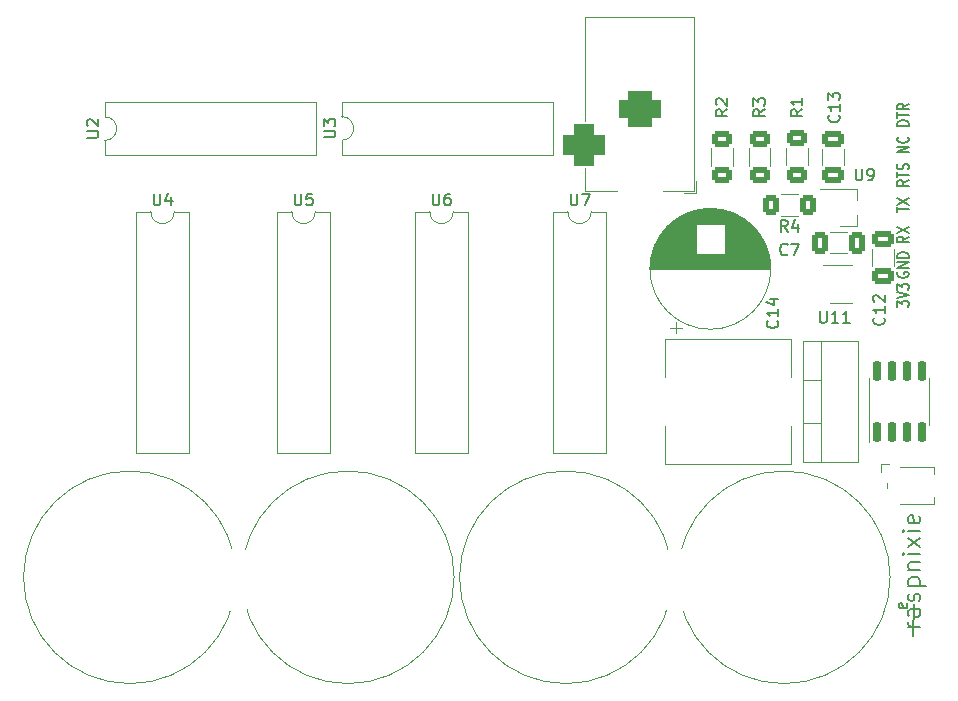
<source format=gbr>
%TF.GenerationSoftware,KiCad,Pcbnew,7.0.5*%
%TF.CreationDate,2023-07-03T19:11:47+08:00*%
%TF.ProjectId,raspnixie-kicad,72617370-6e69-4786-9965-2d6b69636164,rev?*%
%TF.SameCoordinates,Original*%
%TF.FileFunction,Legend,Top*%
%TF.FilePolarity,Positive*%
%FSLAX46Y46*%
G04 Gerber Fmt 4.6, Leading zero omitted, Abs format (unit mm)*
G04 Created by KiCad (PCBNEW 7.0.5) date 2023-07-03 19:11:47*
%MOMM*%
%LPD*%
G01*
G04 APERTURE LIST*
G04 Aperture macros list*
%AMRoundRect*
0 Rectangle with rounded corners*
0 $1 Rounding radius*
0 $2 $3 $4 $5 $6 $7 $8 $9 X,Y pos of 4 corners*
0 Add a 4 corners polygon primitive as box body*
4,1,4,$2,$3,$4,$5,$6,$7,$8,$9,$2,$3,0*
0 Add four circle primitives for the rounded corners*
1,1,$1+$1,$2,$3*
1,1,$1+$1,$4,$5*
1,1,$1+$1,$6,$7*
1,1,$1+$1,$8,$9*
0 Add four rect primitives between the rounded corners*
20,1,$1+$1,$2,$3,$4,$5,0*
20,1,$1+$1,$4,$5,$6,$7,0*
20,1,$1+$1,$6,$7,$8,$9,0*
20,1,$1+$1,$8,$9,$2,$3,0*%
G04 Aperture macros list end*
%ADD10C,0.150000*%
%ADD11C,0.200000*%
%ADD12C,0.120000*%
%ADD13C,0.800000*%
%ADD14C,5.400000*%
%ADD15R,2.700000X3.600000*%
%ADD16R,1.560000X0.650000*%
%ADD17R,1.900000X0.800000*%
%ADD18RoundRect,0.250000X0.650000X-0.412500X0.650000X0.412500X-0.650000X0.412500X-0.650000X-0.412500X0*%
%ADD19C,1.600000*%
%ADD20R,2.000000X2.000000*%
%ADD21C,2.000000*%
%ADD22RoundRect,0.250000X0.400000X0.625000X-0.400000X0.625000X-0.400000X-0.625000X0.400000X-0.625000X0*%
%ADD23RoundRect,0.250000X0.625000X-0.400000X0.625000X0.400000X-0.625000X0.400000X-0.625000X-0.400000X0*%
%ADD24R,1.600000X2.400000*%
%ADD25O,1.600000X2.400000*%
%ADD26R,2.400000X1.600000*%
%ADD27O,2.400000X1.600000*%
%ADD28RoundRect,0.150000X0.150000X-0.725000X0.150000X0.725000X-0.150000X0.725000X-0.150000X-0.725000X0*%
%ADD29R,1.200000X1.200000*%
%ADD30R,1.500000X1.600000*%
%ADD31RoundRect,0.250000X-0.412500X-0.650000X0.412500X-0.650000X0.412500X0.650000X-0.412500X0.650000X0*%
%ADD32R,2.200000X1.200000*%
%ADD33R,2.000000X1.905000*%
%ADD34O,2.000000X1.905000*%
%ADD35R,3.500000X3.500000*%
%ADD36RoundRect,0.750000X-1.000000X0.750000X-1.000000X-0.750000X1.000000X-0.750000X1.000000X0.750000X0*%
%ADD37RoundRect,0.875000X-0.875000X0.875000X-0.875000X-0.875000X0.875000X-0.875000X0.875000X0.875000X0*%
G04 APERTURE END LIST*
D10*
X133045200Y-87274400D02*
X133096000Y-84582000D01*
X131661819Y-51409523D02*
X131661819Y-50952380D01*
X132661819Y-51180952D02*
X131661819Y-51180952D01*
X131661819Y-50761904D02*
X132661819Y-50228570D01*
X131661819Y-50228570D02*
X132661819Y-50761904D01*
X132661819Y-48698094D02*
X132185628Y-48964761D01*
X132661819Y-49155237D02*
X131661819Y-49155237D01*
X131661819Y-49155237D02*
X131661819Y-48850475D01*
X131661819Y-48850475D02*
X131709438Y-48774285D01*
X131709438Y-48774285D02*
X131757057Y-48736190D01*
X131757057Y-48736190D02*
X131852295Y-48698094D01*
X131852295Y-48698094D02*
X131995152Y-48698094D01*
X131995152Y-48698094D02*
X132090390Y-48736190D01*
X132090390Y-48736190D02*
X132138009Y-48774285D01*
X132138009Y-48774285D02*
X132185628Y-48850475D01*
X132185628Y-48850475D02*
X132185628Y-49155237D01*
X131661819Y-48469523D02*
X131661819Y-48012380D01*
X132661819Y-48240952D02*
X131661819Y-48240952D01*
X132614200Y-47783809D02*
X132661819Y-47669523D01*
X132661819Y-47669523D02*
X132661819Y-47479047D01*
X132661819Y-47479047D02*
X132614200Y-47402856D01*
X132614200Y-47402856D02*
X132566580Y-47364761D01*
X132566580Y-47364761D02*
X132471342Y-47326666D01*
X132471342Y-47326666D02*
X132376104Y-47326666D01*
X132376104Y-47326666D02*
X132280866Y-47364761D01*
X132280866Y-47364761D02*
X132233247Y-47402856D01*
X132233247Y-47402856D02*
X132185628Y-47479047D01*
X132185628Y-47479047D02*
X132138009Y-47631428D01*
X132138009Y-47631428D02*
X132090390Y-47707618D01*
X132090390Y-47707618D02*
X132042771Y-47745713D01*
X132042771Y-47745713D02*
X131947533Y-47783809D01*
X131947533Y-47783809D02*
X131852295Y-47783809D01*
X131852295Y-47783809D02*
X131757057Y-47745713D01*
X131757057Y-47745713D02*
X131709438Y-47707618D01*
X131709438Y-47707618D02*
X131661819Y-47631428D01*
X131661819Y-47631428D02*
X131661819Y-47440951D01*
X131661819Y-47440951D02*
X131709438Y-47326666D01*
X132661819Y-46348570D02*
X131661819Y-46348570D01*
X131661819Y-46348570D02*
X132661819Y-45891427D01*
X132661819Y-45891427D02*
X131661819Y-45891427D01*
X132566580Y-45053332D02*
X132614200Y-45091428D01*
X132614200Y-45091428D02*
X132661819Y-45205713D01*
X132661819Y-45205713D02*
X132661819Y-45281904D01*
X132661819Y-45281904D02*
X132614200Y-45396190D01*
X132614200Y-45396190D02*
X132518961Y-45472380D01*
X132518961Y-45472380D02*
X132423723Y-45510475D01*
X132423723Y-45510475D02*
X132233247Y-45548571D01*
X132233247Y-45548571D02*
X132090390Y-45548571D01*
X132090390Y-45548571D02*
X131899914Y-45510475D01*
X131899914Y-45510475D02*
X131804676Y-45472380D01*
X131804676Y-45472380D02*
X131709438Y-45396190D01*
X131709438Y-45396190D02*
X131661819Y-45281904D01*
X131661819Y-45281904D02*
X131661819Y-45205713D01*
X131661819Y-45205713D02*
X131709438Y-45091428D01*
X131709438Y-45091428D02*
X131757057Y-45053332D01*
X132661819Y-53473332D02*
X132185628Y-53739999D01*
X132661819Y-53930475D02*
X131661819Y-53930475D01*
X131661819Y-53930475D02*
X131661819Y-53625713D01*
X131661819Y-53625713D02*
X131709438Y-53549523D01*
X131709438Y-53549523D02*
X131757057Y-53511428D01*
X131757057Y-53511428D02*
X131852295Y-53473332D01*
X131852295Y-53473332D02*
X131995152Y-53473332D01*
X131995152Y-53473332D02*
X132090390Y-53511428D01*
X132090390Y-53511428D02*
X132138009Y-53549523D01*
X132138009Y-53549523D02*
X132185628Y-53625713D01*
X132185628Y-53625713D02*
X132185628Y-53930475D01*
X131661819Y-53206666D02*
X132661819Y-52673332D01*
X131661819Y-52673332D02*
X132661819Y-53206666D01*
X131709438Y-56489523D02*
X131661819Y-56565713D01*
X131661819Y-56565713D02*
X131661819Y-56679999D01*
X131661819Y-56679999D02*
X131709438Y-56794285D01*
X131709438Y-56794285D02*
X131804676Y-56870475D01*
X131804676Y-56870475D02*
X131899914Y-56908570D01*
X131899914Y-56908570D02*
X132090390Y-56946666D01*
X132090390Y-56946666D02*
X132233247Y-56946666D01*
X132233247Y-56946666D02*
X132423723Y-56908570D01*
X132423723Y-56908570D02*
X132518961Y-56870475D01*
X132518961Y-56870475D02*
X132614200Y-56794285D01*
X132614200Y-56794285D02*
X132661819Y-56679999D01*
X132661819Y-56679999D02*
X132661819Y-56603808D01*
X132661819Y-56603808D02*
X132614200Y-56489523D01*
X132614200Y-56489523D02*
X132566580Y-56451427D01*
X132566580Y-56451427D02*
X132233247Y-56451427D01*
X132233247Y-56451427D02*
X132233247Y-56603808D01*
X132661819Y-56108570D02*
X131661819Y-56108570D01*
X131661819Y-56108570D02*
X132661819Y-55651427D01*
X132661819Y-55651427D02*
X131661819Y-55651427D01*
X132661819Y-55270475D02*
X131661819Y-55270475D01*
X131661819Y-55270475D02*
X131661819Y-55079999D01*
X131661819Y-55079999D02*
X131709438Y-54965713D01*
X131709438Y-54965713D02*
X131804676Y-54889523D01*
X131804676Y-54889523D02*
X131899914Y-54851428D01*
X131899914Y-54851428D02*
X132090390Y-54813332D01*
X132090390Y-54813332D02*
X132233247Y-54813332D01*
X132233247Y-54813332D02*
X132423723Y-54851428D01*
X132423723Y-54851428D02*
X132518961Y-54889523D01*
X132518961Y-54889523D02*
X132614200Y-54965713D01*
X132614200Y-54965713D02*
X132661819Y-55079999D01*
X132661819Y-55079999D02*
X132661819Y-55270475D01*
D11*
X133627128Y-86553086D02*
X132627128Y-86553086D01*
X132912842Y-86553086D02*
X132769985Y-86481657D01*
X132769985Y-86481657D02*
X132698557Y-86410229D01*
X132698557Y-86410229D02*
X132627128Y-86267371D01*
X132627128Y-86267371D02*
X132627128Y-86124514D01*
X133627128Y-84981658D02*
X132841414Y-84981658D01*
X132841414Y-84981658D02*
X132698557Y-85053086D01*
X132698557Y-85053086D02*
X132627128Y-85195943D01*
X132627128Y-85195943D02*
X132627128Y-85481658D01*
X132627128Y-85481658D02*
X132698557Y-85624515D01*
X133555700Y-84981658D02*
X133627128Y-85124515D01*
X133627128Y-85124515D02*
X133627128Y-85481658D01*
X133627128Y-85481658D02*
X133555700Y-85624515D01*
X133555700Y-85624515D02*
X133412842Y-85695943D01*
X133412842Y-85695943D02*
X133269985Y-85695943D01*
X133269985Y-85695943D02*
X133127128Y-85624515D01*
X133127128Y-85624515D02*
X133055700Y-85481658D01*
X133055700Y-85481658D02*
X133055700Y-85124515D01*
X133055700Y-85124515D02*
X132984271Y-84981658D01*
X133555700Y-84338800D02*
X133627128Y-84195943D01*
X133627128Y-84195943D02*
X133627128Y-83910229D01*
X133627128Y-83910229D02*
X133555700Y-83767372D01*
X133555700Y-83767372D02*
X133412842Y-83695943D01*
X133412842Y-83695943D02*
X133341414Y-83695943D01*
X133341414Y-83695943D02*
X133198557Y-83767372D01*
X133198557Y-83767372D02*
X133127128Y-83910229D01*
X133127128Y-83910229D02*
X133127128Y-84124515D01*
X133127128Y-84124515D02*
X133055700Y-84267372D01*
X133055700Y-84267372D02*
X132912842Y-84338800D01*
X132912842Y-84338800D02*
X132841414Y-84338800D01*
X132841414Y-84338800D02*
X132698557Y-84267372D01*
X132698557Y-84267372D02*
X132627128Y-84124515D01*
X132627128Y-84124515D02*
X132627128Y-83910229D01*
X132627128Y-83910229D02*
X132698557Y-83767372D01*
X132627128Y-83053086D02*
X134127128Y-83053086D01*
X132698557Y-83053086D02*
X132627128Y-82910229D01*
X132627128Y-82910229D02*
X132627128Y-82624514D01*
X132627128Y-82624514D02*
X132698557Y-82481657D01*
X132698557Y-82481657D02*
X132769985Y-82410229D01*
X132769985Y-82410229D02*
X132912842Y-82338800D01*
X132912842Y-82338800D02*
X133341414Y-82338800D01*
X133341414Y-82338800D02*
X133484271Y-82410229D01*
X133484271Y-82410229D02*
X133555700Y-82481657D01*
X133555700Y-82481657D02*
X133627128Y-82624514D01*
X133627128Y-82624514D02*
X133627128Y-82910229D01*
X133627128Y-82910229D02*
X133555700Y-83053086D01*
X132627128Y-81695943D02*
X133627128Y-81695943D01*
X132769985Y-81695943D02*
X132698557Y-81624514D01*
X132698557Y-81624514D02*
X132627128Y-81481657D01*
X132627128Y-81481657D02*
X132627128Y-81267371D01*
X132627128Y-81267371D02*
X132698557Y-81124514D01*
X132698557Y-81124514D02*
X132841414Y-81053086D01*
X132841414Y-81053086D02*
X133627128Y-81053086D01*
X133627128Y-80338800D02*
X132627128Y-80338800D01*
X132127128Y-80338800D02*
X132198557Y-80410228D01*
X132198557Y-80410228D02*
X132269985Y-80338800D01*
X132269985Y-80338800D02*
X132198557Y-80267371D01*
X132198557Y-80267371D02*
X132127128Y-80338800D01*
X132127128Y-80338800D02*
X132269985Y-80338800D01*
X133627128Y-79767371D02*
X132627128Y-78981657D01*
X132627128Y-79767371D02*
X133627128Y-78981657D01*
X133627128Y-78410228D02*
X132627128Y-78410228D01*
X132127128Y-78410228D02*
X132198557Y-78481656D01*
X132198557Y-78481656D02*
X132269985Y-78410228D01*
X132269985Y-78410228D02*
X132198557Y-78338799D01*
X132198557Y-78338799D02*
X132127128Y-78410228D01*
X132127128Y-78410228D02*
X132269985Y-78410228D01*
X133555700Y-77124513D02*
X133627128Y-77267370D01*
X133627128Y-77267370D02*
X133627128Y-77553085D01*
X133627128Y-77553085D02*
X133555700Y-77695942D01*
X133555700Y-77695942D02*
X133412842Y-77767370D01*
X133412842Y-77767370D02*
X132841414Y-77767370D01*
X132841414Y-77767370D02*
X132698557Y-77695942D01*
X132698557Y-77695942D02*
X132627128Y-77553085D01*
X132627128Y-77553085D02*
X132627128Y-77267370D01*
X132627128Y-77267370D02*
X132698557Y-77124513D01*
X132698557Y-77124513D02*
X132841414Y-77053085D01*
X132841414Y-77053085D02*
X132984271Y-77053085D01*
X132984271Y-77053085D02*
X133127128Y-77767370D01*
D10*
X131661819Y-59410476D02*
X131661819Y-58915238D01*
X131661819Y-58915238D02*
X132042771Y-59181904D01*
X132042771Y-59181904D02*
X132042771Y-59067619D01*
X132042771Y-59067619D02*
X132090390Y-58991428D01*
X132090390Y-58991428D02*
X132138009Y-58953333D01*
X132138009Y-58953333D02*
X132233247Y-58915238D01*
X132233247Y-58915238D02*
X132471342Y-58915238D01*
X132471342Y-58915238D02*
X132566580Y-58953333D01*
X132566580Y-58953333D02*
X132614200Y-58991428D01*
X132614200Y-58991428D02*
X132661819Y-59067619D01*
X132661819Y-59067619D02*
X132661819Y-59296190D01*
X132661819Y-59296190D02*
X132614200Y-59372381D01*
X132614200Y-59372381D02*
X132566580Y-59410476D01*
X131661819Y-58686666D02*
X132661819Y-58419999D01*
X132661819Y-58419999D02*
X131661819Y-58153333D01*
X131661819Y-57962857D02*
X131661819Y-57467619D01*
X131661819Y-57467619D02*
X132042771Y-57734285D01*
X132042771Y-57734285D02*
X132042771Y-57620000D01*
X132042771Y-57620000D02*
X132090390Y-57543809D01*
X132090390Y-57543809D02*
X132138009Y-57505714D01*
X132138009Y-57505714D02*
X132233247Y-57467619D01*
X132233247Y-57467619D02*
X132471342Y-57467619D01*
X132471342Y-57467619D02*
X132566580Y-57505714D01*
X132566580Y-57505714D02*
X132614200Y-57543809D01*
X132614200Y-57543809D02*
X132661819Y-57620000D01*
X132661819Y-57620000D02*
X132661819Y-57848571D01*
X132661819Y-57848571D02*
X132614200Y-57924762D01*
X132614200Y-57924762D02*
X132566580Y-57962857D01*
X132487200Y-84518523D02*
X132534819Y-84613761D01*
X132534819Y-84613761D02*
X132534819Y-84804237D01*
X132534819Y-84804237D02*
X132487200Y-84899475D01*
X132487200Y-84899475D02*
X132391961Y-84947094D01*
X132391961Y-84947094D02*
X132011009Y-84947094D01*
X132011009Y-84947094D02*
X131915771Y-84899475D01*
X131915771Y-84899475D02*
X131868152Y-84804237D01*
X131868152Y-84804237D02*
X131868152Y-84613761D01*
X131868152Y-84613761D02*
X131915771Y-84518523D01*
X131915771Y-84518523D02*
X132011009Y-84470904D01*
X132011009Y-84470904D02*
X132106247Y-84470904D01*
X132106247Y-84470904D02*
X132201485Y-84947094D01*
X132661819Y-44094285D02*
X131661819Y-44094285D01*
X131661819Y-44094285D02*
X131661819Y-43903809D01*
X131661819Y-43903809D02*
X131709438Y-43789523D01*
X131709438Y-43789523D02*
X131804676Y-43713333D01*
X131804676Y-43713333D02*
X131899914Y-43675238D01*
X131899914Y-43675238D02*
X132090390Y-43637142D01*
X132090390Y-43637142D02*
X132233247Y-43637142D01*
X132233247Y-43637142D02*
X132423723Y-43675238D01*
X132423723Y-43675238D02*
X132518961Y-43713333D01*
X132518961Y-43713333D02*
X132614200Y-43789523D01*
X132614200Y-43789523D02*
X132661819Y-43903809D01*
X132661819Y-43903809D02*
X132661819Y-44094285D01*
X131661819Y-43408571D02*
X131661819Y-42951428D01*
X132661819Y-43180000D02*
X131661819Y-43180000D01*
X132661819Y-42227618D02*
X132185628Y-42494285D01*
X132661819Y-42684761D02*
X131661819Y-42684761D01*
X131661819Y-42684761D02*
X131661819Y-42379999D01*
X131661819Y-42379999D02*
X131709438Y-42303809D01*
X131709438Y-42303809D02*
X131757057Y-42265714D01*
X131757057Y-42265714D02*
X131852295Y-42227618D01*
X131852295Y-42227618D02*
X131995152Y-42227618D01*
X131995152Y-42227618D02*
X132090390Y-42265714D01*
X132090390Y-42265714D02*
X132138009Y-42303809D01*
X132138009Y-42303809D02*
X132185628Y-42379999D01*
X132185628Y-42379999D02*
X132185628Y-42684761D01*
%TO.C,U11*%
X125126905Y-59779819D02*
X125126905Y-60589342D01*
X125126905Y-60589342D02*
X125174524Y-60684580D01*
X125174524Y-60684580D02*
X125222143Y-60732200D01*
X125222143Y-60732200D02*
X125317381Y-60779819D01*
X125317381Y-60779819D02*
X125507857Y-60779819D01*
X125507857Y-60779819D02*
X125603095Y-60732200D01*
X125603095Y-60732200D02*
X125650714Y-60684580D01*
X125650714Y-60684580D02*
X125698333Y-60589342D01*
X125698333Y-60589342D02*
X125698333Y-59779819D01*
X126698333Y-60779819D02*
X126126905Y-60779819D01*
X126412619Y-60779819D02*
X126412619Y-59779819D01*
X126412619Y-59779819D02*
X126317381Y-59922676D01*
X126317381Y-59922676D02*
X126222143Y-60017914D01*
X126222143Y-60017914D02*
X126126905Y-60065533D01*
X127650714Y-60779819D02*
X127079286Y-60779819D01*
X127365000Y-60779819D02*
X127365000Y-59779819D01*
X127365000Y-59779819D02*
X127269762Y-59922676D01*
X127269762Y-59922676D02*
X127174524Y-60017914D01*
X127174524Y-60017914D02*
X127079286Y-60065533D01*
%TO.C,U9*%
X128143095Y-47714819D02*
X128143095Y-48524342D01*
X128143095Y-48524342D02*
X128190714Y-48619580D01*
X128190714Y-48619580D02*
X128238333Y-48667200D01*
X128238333Y-48667200D02*
X128333571Y-48714819D01*
X128333571Y-48714819D02*
X128524047Y-48714819D01*
X128524047Y-48714819D02*
X128619285Y-48667200D01*
X128619285Y-48667200D02*
X128666904Y-48619580D01*
X128666904Y-48619580D02*
X128714523Y-48524342D01*
X128714523Y-48524342D02*
X128714523Y-47714819D01*
X129238333Y-48714819D02*
X129428809Y-48714819D01*
X129428809Y-48714819D02*
X129524047Y-48667200D01*
X129524047Y-48667200D02*
X129571666Y-48619580D01*
X129571666Y-48619580D02*
X129666904Y-48476723D01*
X129666904Y-48476723D02*
X129714523Y-48286247D01*
X129714523Y-48286247D02*
X129714523Y-47905295D01*
X129714523Y-47905295D02*
X129666904Y-47810057D01*
X129666904Y-47810057D02*
X129619285Y-47762438D01*
X129619285Y-47762438D02*
X129524047Y-47714819D01*
X129524047Y-47714819D02*
X129333571Y-47714819D01*
X129333571Y-47714819D02*
X129238333Y-47762438D01*
X129238333Y-47762438D02*
X129190714Y-47810057D01*
X129190714Y-47810057D02*
X129143095Y-47905295D01*
X129143095Y-47905295D02*
X129143095Y-48143390D01*
X129143095Y-48143390D02*
X129190714Y-48238628D01*
X129190714Y-48238628D02*
X129238333Y-48286247D01*
X129238333Y-48286247D02*
X129333571Y-48333866D01*
X129333571Y-48333866D02*
X129524047Y-48333866D01*
X129524047Y-48333866D02*
X129619285Y-48286247D01*
X129619285Y-48286247D02*
X129666904Y-48238628D01*
X129666904Y-48238628D02*
X129714523Y-48143390D01*
%TO.C,C12*%
X130534580Y-60332857D02*
X130582200Y-60380476D01*
X130582200Y-60380476D02*
X130629819Y-60523333D01*
X130629819Y-60523333D02*
X130629819Y-60618571D01*
X130629819Y-60618571D02*
X130582200Y-60761428D01*
X130582200Y-60761428D02*
X130486961Y-60856666D01*
X130486961Y-60856666D02*
X130391723Y-60904285D01*
X130391723Y-60904285D02*
X130201247Y-60951904D01*
X130201247Y-60951904D02*
X130058390Y-60951904D01*
X130058390Y-60951904D02*
X129867914Y-60904285D01*
X129867914Y-60904285D02*
X129772676Y-60856666D01*
X129772676Y-60856666D02*
X129677438Y-60761428D01*
X129677438Y-60761428D02*
X129629819Y-60618571D01*
X129629819Y-60618571D02*
X129629819Y-60523333D01*
X129629819Y-60523333D02*
X129677438Y-60380476D01*
X129677438Y-60380476D02*
X129725057Y-60332857D01*
X130629819Y-59380476D02*
X130629819Y-59951904D01*
X130629819Y-59666190D02*
X129629819Y-59666190D01*
X129629819Y-59666190D02*
X129772676Y-59761428D01*
X129772676Y-59761428D02*
X129867914Y-59856666D01*
X129867914Y-59856666D02*
X129915533Y-59951904D01*
X129725057Y-58999523D02*
X129677438Y-58951904D01*
X129677438Y-58951904D02*
X129629819Y-58856666D01*
X129629819Y-58856666D02*
X129629819Y-58618571D01*
X129629819Y-58618571D02*
X129677438Y-58523333D01*
X129677438Y-58523333D02*
X129725057Y-58475714D01*
X129725057Y-58475714D02*
X129820295Y-58428095D01*
X129820295Y-58428095D02*
X129915533Y-58428095D01*
X129915533Y-58428095D02*
X130058390Y-58475714D01*
X130058390Y-58475714D02*
X130629819Y-59047142D01*
X130629819Y-59047142D02*
X130629819Y-58428095D01*
%TO.C,C14*%
X121517580Y-60586857D02*
X121565200Y-60634476D01*
X121565200Y-60634476D02*
X121612819Y-60777333D01*
X121612819Y-60777333D02*
X121612819Y-60872571D01*
X121612819Y-60872571D02*
X121565200Y-61015428D01*
X121565200Y-61015428D02*
X121469961Y-61110666D01*
X121469961Y-61110666D02*
X121374723Y-61158285D01*
X121374723Y-61158285D02*
X121184247Y-61205904D01*
X121184247Y-61205904D02*
X121041390Y-61205904D01*
X121041390Y-61205904D02*
X120850914Y-61158285D01*
X120850914Y-61158285D02*
X120755676Y-61110666D01*
X120755676Y-61110666D02*
X120660438Y-61015428D01*
X120660438Y-61015428D02*
X120612819Y-60872571D01*
X120612819Y-60872571D02*
X120612819Y-60777333D01*
X120612819Y-60777333D02*
X120660438Y-60634476D01*
X120660438Y-60634476D02*
X120708057Y-60586857D01*
X121612819Y-59634476D02*
X121612819Y-60205904D01*
X121612819Y-59920190D02*
X120612819Y-59920190D01*
X120612819Y-59920190D02*
X120755676Y-60015428D01*
X120755676Y-60015428D02*
X120850914Y-60110666D01*
X120850914Y-60110666D02*
X120898533Y-60205904D01*
X120946152Y-58777333D02*
X121612819Y-58777333D01*
X120565200Y-59015428D02*
X121279485Y-59253523D01*
X121279485Y-59253523D02*
X121279485Y-58634476D01*
%TO.C,R4*%
X122388333Y-53074819D02*
X122055000Y-52598628D01*
X121816905Y-53074819D02*
X121816905Y-52074819D01*
X121816905Y-52074819D02*
X122197857Y-52074819D01*
X122197857Y-52074819D02*
X122293095Y-52122438D01*
X122293095Y-52122438D02*
X122340714Y-52170057D01*
X122340714Y-52170057D02*
X122388333Y-52265295D01*
X122388333Y-52265295D02*
X122388333Y-52408152D01*
X122388333Y-52408152D02*
X122340714Y-52503390D01*
X122340714Y-52503390D02*
X122293095Y-52551009D01*
X122293095Y-52551009D02*
X122197857Y-52598628D01*
X122197857Y-52598628D02*
X121816905Y-52598628D01*
X123245476Y-52408152D02*
X123245476Y-53074819D01*
X123007381Y-52027200D02*
X122769286Y-52741485D01*
X122769286Y-52741485D02*
X123388333Y-52741485D01*
%TO.C,R2*%
X117294819Y-42711666D02*
X116818628Y-43044999D01*
X117294819Y-43283094D02*
X116294819Y-43283094D01*
X116294819Y-43283094D02*
X116294819Y-42902142D01*
X116294819Y-42902142D02*
X116342438Y-42806904D01*
X116342438Y-42806904D02*
X116390057Y-42759285D01*
X116390057Y-42759285D02*
X116485295Y-42711666D01*
X116485295Y-42711666D02*
X116628152Y-42711666D01*
X116628152Y-42711666D02*
X116723390Y-42759285D01*
X116723390Y-42759285D02*
X116771009Y-42806904D01*
X116771009Y-42806904D02*
X116818628Y-42902142D01*
X116818628Y-42902142D02*
X116818628Y-43283094D01*
X116390057Y-42330713D02*
X116342438Y-42283094D01*
X116342438Y-42283094D02*
X116294819Y-42187856D01*
X116294819Y-42187856D02*
X116294819Y-41949761D01*
X116294819Y-41949761D02*
X116342438Y-41854523D01*
X116342438Y-41854523D02*
X116390057Y-41806904D01*
X116390057Y-41806904D02*
X116485295Y-41759285D01*
X116485295Y-41759285D02*
X116580533Y-41759285D01*
X116580533Y-41759285D02*
X116723390Y-41806904D01*
X116723390Y-41806904D02*
X117294819Y-42378332D01*
X117294819Y-42378332D02*
X117294819Y-41759285D01*
%TO.C,U2*%
X63037819Y-45099904D02*
X63847342Y-45099904D01*
X63847342Y-45099904D02*
X63942580Y-45052285D01*
X63942580Y-45052285D02*
X63990200Y-45004666D01*
X63990200Y-45004666D02*
X64037819Y-44909428D01*
X64037819Y-44909428D02*
X64037819Y-44718952D01*
X64037819Y-44718952D02*
X63990200Y-44623714D01*
X63990200Y-44623714D02*
X63942580Y-44576095D01*
X63942580Y-44576095D02*
X63847342Y-44528476D01*
X63847342Y-44528476D02*
X63037819Y-44528476D01*
X63133057Y-44099904D02*
X63085438Y-44052285D01*
X63085438Y-44052285D02*
X63037819Y-43957047D01*
X63037819Y-43957047D02*
X63037819Y-43718952D01*
X63037819Y-43718952D02*
X63085438Y-43623714D01*
X63085438Y-43623714D02*
X63133057Y-43576095D01*
X63133057Y-43576095D02*
X63228295Y-43528476D01*
X63228295Y-43528476D02*
X63323533Y-43528476D01*
X63323533Y-43528476D02*
X63466390Y-43576095D01*
X63466390Y-43576095D02*
X64037819Y-44147523D01*
X64037819Y-44147523D02*
X64037819Y-43528476D01*
%TO.C,U5*%
X80645095Y-49829819D02*
X80645095Y-50639342D01*
X80645095Y-50639342D02*
X80692714Y-50734580D01*
X80692714Y-50734580D02*
X80740333Y-50782200D01*
X80740333Y-50782200D02*
X80835571Y-50829819D01*
X80835571Y-50829819D02*
X81026047Y-50829819D01*
X81026047Y-50829819D02*
X81121285Y-50782200D01*
X81121285Y-50782200D02*
X81168904Y-50734580D01*
X81168904Y-50734580D02*
X81216523Y-50639342D01*
X81216523Y-50639342D02*
X81216523Y-49829819D01*
X82168904Y-49829819D02*
X81692714Y-49829819D01*
X81692714Y-49829819D02*
X81645095Y-50306009D01*
X81645095Y-50306009D02*
X81692714Y-50258390D01*
X81692714Y-50258390D02*
X81787952Y-50210771D01*
X81787952Y-50210771D02*
X82026047Y-50210771D01*
X82026047Y-50210771D02*
X82121285Y-50258390D01*
X82121285Y-50258390D02*
X82168904Y-50306009D01*
X82168904Y-50306009D02*
X82216523Y-50401247D01*
X82216523Y-50401247D02*
X82216523Y-50639342D01*
X82216523Y-50639342D02*
X82168904Y-50734580D01*
X82168904Y-50734580D02*
X82121285Y-50782200D01*
X82121285Y-50782200D02*
X82026047Y-50829819D01*
X82026047Y-50829819D02*
X81787952Y-50829819D01*
X81787952Y-50829819D02*
X81692714Y-50782200D01*
X81692714Y-50782200D02*
X81645095Y-50734580D01*
%TO.C,R1*%
X123644819Y-42711666D02*
X123168628Y-43044999D01*
X123644819Y-43283094D02*
X122644819Y-43283094D01*
X122644819Y-43283094D02*
X122644819Y-42902142D01*
X122644819Y-42902142D02*
X122692438Y-42806904D01*
X122692438Y-42806904D02*
X122740057Y-42759285D01*
X122740057Y-42759285D02*
X122835295Y-42711666D01*
X122835295Y-42711666D02*
X122978152Y-42711666D01*
X122978152Y-42711666D02*
X123073390Y-42759285D01*
X123073390Y-42759285D02*
X123121009Y-42806904D01*
X123121009Y-42806904D02*
X123168628Y-42902142D01*
X123168628Y-42902142D02*
X123168628Y-43283094D01*
X123644819Y-41759285D02*
X123644819Y-42330713D01*
X123644819Y-42044999D02*
X122644819Y-42044999D01*
X122644819Y-42044999D02*
X122787676Y-42140237D01*
X122787676Y-42140237D02*
X122882914Y-42235475D01*
X122882914Y-42235475D02*
X122930533Y-42330713D01*
%TO.C,U7*%
X104013095Y-49829819D02*
X104013095Y-50639342D01*
X104013095Y-50639342D02*
X104060714Y-50734580D01*
X104060714Y-50734580D02*
X104108333Y-50782200D01*
X104108333Y-50782200D02*
X104203571Y-50829819D01*
X104203571Y-50829819D02*
X104394047Y-50829819D01*
X104394047Y-50829819D02*
X104489285Y-50782200D01*
X104489285Y-50782200D02*
X104536904Y-50734580D01*
X104536904Y-50734580D02*
X104584523Y-50639342D01*
X104584523Y-50639342D02*
X104584523Y-49829819D01*
X104965476Y-49829819D02*
X105632142Y-49829819D01*
X105632142Y-49829819D02*
X105203571Y-50829819D01*
%TO.C,C7*%
X122388333Y-54969580D02*
X122340714Y-55017200D01*
X122340714Y-55017200D02*
X122197857Y-55064819D01*
X122197857Y-55064819D02*
X122102619Y-55064819D01*
X122102619Y-55064819D02*
X121959762Y-55017200D01*
X121959762Y-55017200D02*
X121864524Y-54921961D01*
X121864524Y-54921961D02*
X121816905Y-54826723D01*
X121816905Y-54826723D02*
X121769286Y-54636247D01*
X121769286Y-54636247D02*
X121769286Y-54493390D01*
X121769286Y-54493390D02*
X121816905Y-54302914D01*
X121816905Y-54302914D02*
X121864524Y-54207676D01*
X121864524Y-54207676D02*
X121959762Y-54112438D01*
X121959762Y-54112438D02*
X122102619Y-54064819D01*
X122102619Y-54064819D02*
X122197857Y-54064819D01*
X122197857Y-54064819D02*
X122340714Y-54112438D01*
X122340714Y-54112438D02*
X122388333Y-54160057D01*
X122721667Y-54064819D02*
X123388333Y-54064819D01*
X123388333Y-54064819D02*
X122959762Y-55064819D01*
%TO.C,C13*%
X126724580Y-43187857D02*
X126772200Y-43235476D01*
X126772200Y-43235476D02*
X126819819Y-43378333D01*
X126819819Y-43378333D02*
X126819819Y-43473571D01*
X126819819Y-43473571D02*
X126772200Y-43616428D01*
X126772200Y-43616428D02*
X126676961Y-43711666D01*
X126676961Y-43711666D02*
X126581723Y-43759285D01*
X126581723Y-43759285D02*
X126391247Y-43806904D01*
X126391247Y-43806904D02*
X126248390Y-43806904D01*
X126248390Y-43806904D02*
X126057914Y-43759285D01*
X126057914Y-43759285D02*
X125962676Y-43711666D01*
X125962676Y-43711666D02*
X125867438Y-43616428D01*
X125867438Y-43616428D02*
X125819819Y-43473571D01*
X125819819Y-43473571D02*
X125819819Y-43378333D01*
X125819819Y-43378333D02*
X125867438Y-43235476D01*
X125867438Y-43235476D02*
X125915057Y-43187857D01*
X126819819Y-42235476D02*
X126819819Y-42806904D01*
X126819819Y-42521190D02*
X125819819Y-42521190D01*
X125819819Y-42521190D02*
X125962676Y-42616428D01*
X125962676Y-42616428D02*
X126057914Y-42711666D01*
X126057914Y-42711666D02*
X126105533Y-42806904D01*
X125819819Y-41902142D02*
X125819819Y-41283095D01*
X125819819Y-41283095D02*
X126200771Y-41616428D01*
X126200771Y-41616428D02*
X126200771Y-41473571D01*
X126200771Y-41473571D02*
X126248390Y-41378333D01*
X126248390Y-41378333D02*
X126296009Y-41330714D01*
X126296009Y-41330714D02*
X126391247Y-41283095D01*
X126391247Y-41283095D02*
X126629342Y-41283095D01*
X126629342Y-41283095D02*
X126724580Y-41330714D01*
X126724580Y-41330714D02*
X126772200Y-41378333D01*
X126772200Y-41378333D02*
X126819819Y-41473571D01*
X126819819Y-41473571D02*
X126819819Y-41759285D01*
X126819819Y-41759285D02*
X126772200Y-41854523D01*
X126772200Y-41854523D02*
X126724580Y-41902142D01*
%TO.C,U4*%
X68707095Y-49829819D02*
X68707095Y-50639342D01*
X68707095Y-50639342D02*
X68754714Y-50734580D01*
X68754714Y-50734580D02*
X68802333Y-50782200D01*
X68802333Y-50782200D02*
X68897571Y-50829819D01*
X68897571Y-50829819D02*
X69088047Y-50829819D01*
X69088047Y-50829819D02*
X69183285Y-50782200D01*
X69183285Y-50782200D02*
X69230904Y-50734580D01*
X69230904Y-50734580D02*
X69278523Y-50639342D01*
X69278523Y-50639342D02*
X69278523Y-49829819D01*
X70183285Y-50163152D02*
X70183285Y-50829819D01*
X69945190Y-49782200D02*
X69707095Y-50496485D01*
X69707095Y-50496485D02*
X70326142Y-50496485D01*
%TO.C,R3*%
X120469819Y-42711666D02*
X119993628Y-43044999D01*
X120469819Y-43283094D02*
X119469819Y-43283094D01*
X119469819Y-43283094D02*
X119469819Y-42902142D01*
X119469819Y-42902142D02*
X119517438Y-42806904D01*
X119517438Y-42806904D02*
X119565057Y-42759285D01*
X119565057Y-42759285D02*
X119660295Y-42711666D01*
X119660295Y-42711666D02*
X119803152Y-42711666D01*
X119803152Y-42711666D02*
X119898390Y-42759285D01*
X119898390Y-42759285D02*
X119946009Y-42806904D01*
X119946009Y-42806904D02*
X119993628Y-42902142D01*
X119993628Y-42902142D02*
X119993628Y-43283094D01*
X119469819Y-42378332D02*
X119469819Y-41759285D01*
X119469819Y-41759285D02*
X119850771Y-42092618D01*
X119850771Y-42092618D02*
X119850771Y-41949761D01*
X119850771Y-41949761D02*
X119898390Y-41854523D01*
X119898390Y-41854523D02*
X119946009Y-41806904D01*
X119946009Y-41806904D02*
X120041247Y-41759285D01*
X120041247Y-41759285D02*
X120279342Y-41759285D01*
X120279342Y-41759285D02*
X120374580Y-41806904D01*
X120374580Y-41806904D02*
X120422200Y-41854523D01*
X120422200Y-41854523D02*
X120469819Y-41949761D01*
X120469819Y-41949761D02*
X120469819Y-42235475D01*
X120469819Y-42235475D02*
X120422200Y-42330713D01*
X120422200Y-42330713D02*
X120374580Y-42378332D01*
%TO.C,U6*%
X92329095Y-49829819D02*
X92329095Y-50639342D01*
X92329095Y-50639342D02*
X92376714Y-50734580D01*
X92376714Y-50734580D02*
X92424333Y-50782200D01*
X92424333Y-50782200D02*
X92519571Y-50829819D01*
X92519571Y-50829819D02*
X92710047Y-50829819D01*
X92710047Y-50829819D02*
X92805285Y-50782200D01*
X92805285Y-50782200D02*
X92852904Y-50734580D01*
X92852904Y-50734580D02*
X92900523Y-50639342D01*
X92900523Y-50639342D02*
X92900523Y-49829819D01*
X93805285Y-49829819D02*
X93614809Y-49829819D01*
X93614809Y-49829819D02*
X93519571Y-49877438D01*
X93519571Y-49877438D02*
X93471952Y-49925057D01*
X93471952Y-49925057D02*
X93376714Y-50067914D01*
X93376714Y-50067914D02*
X93329095Y-50258390D01*
X93329095Y-50258390D02*
X93329095Y-50639342D01*
X93329095Y-50639342D02*
X93376714Y-50734580D01*
X93376714Y-50734580D02*
X93424333Y-50782200D01*
X93424333Y-50782200D02*
X93519571Y-50829819D01*
X93519571Y-50829819D02*
X93710047Y-50829819D01*
X93710047Y-50829819D02*
X93805285Y-50782200D01*
X93805285Y-50782200D02*
X93852904Y-50734580D01*
X93852904Y-50734580D02*
X93900523Y-50639342D01*
X93900523Y-50639342D02*
X93900523Y-50401247D01*
X93900523Y-50401247D02*
X93852904Y-50306009D01*
X93852904Y-50306009D02*
X93805285Y-50258390D01*
X93805285Y-50258390D02*
X93710047Y-50210771D01*
X93710047Y-50210771D02*
X93519571Y-50210771D01*
X93519571Y-50210771D02*
X93424333Y-50258390D01*
X93424333Y-50258390D02*
X93376714Y-50306009D01*
X93376714Y-50306009D02*
X93329095Y-50401247D01*
%TO.C,U3*%
X83103819Y-45084904D02*
X83913342Y-45084904D01*
X83913342Y-45084904D02*
X84008580Y-45037285D01*
X84008580Y-45037285D02*
X84056200Y-44989666D01*
X84056200Y-44989666D02*
X84103819Y-44894428D01*
X84103819Y-44894428D02*
X84103819Y-44703952D01*
X84103819Y-44703952D02*
X84056200Y-44608714D01*
X84056200Y-44608714D02*
X84008580Y-44561095D01*
X84008580Y-44561095D02*
X83913342Y-44513476D01*
X83913342Y-44513476D02*
X83103819Y-44513476D01*
X83103819Y-44132523D02*
X83103819Y-43513476D01*
X83103819Y-43513476D02*
X83484771Y-43846809D01*
X83484771Y-43846809D02*
X83484771Y-43703952D01*
X83484771Y-43703952D02*
X83532390Y-43608714D01*
X83532390Y-43608714D02*
X83580009Y-43561095D01*
X83580009Y-43561095D02*
X83675247Y-43513476D01*
X83675247Y-43513476D02*
X83913342Y-43513476D01*
X83913342Y-43513476D02*
X84008580Y-43561095D01*
X84008580Y-43561095D02*
X84056200Y-43608714D01*
X84056200Y-43608714D02*
X84103819Y-43703952D01*
X84103819Y-43703952D02*
X84103819Y-43989666D01*
X84103819Y-43989666D02*
X84056200Y-44084904D01*
X84056200Y-44084904D02*
X84008580Y-44132523D01*
D12*
%TO.C,L1*%
X122648000Y-62137000D02*
X122648000Y-65337000D01*
X122648000Y-72737000D02*
X112048000Y-72737000D01*
X112048000Y-72737000D02*
X112048000Y-69537000D01*
X112048000Y-62137000D02*
X122648000Y-62137000D01*
X122648000Y-69537000D02*
X122648000Y-72737000D01*
X112048000Y-65337000D02*
X112048000Y-62137000D01*
%TO.C,U11*%
X127820000Y-55860000D02*
X125370000Y-55860000D01*
X126020000Y-59080000D02*
X127820000Y-59080000D01*
%TO.C,U9*%
X128268000Y-49408000D02*
X125108000Y-49408000D01*
X128268000Y-52568000D02*
X126808000Y-52568000D01*
X128268000Y-52568000D02*
X128268000Y-51638000D01*
X128268000Y-49408000D02*
X128268000Y-50338000D01*
%TO.C,C12*%
X129580000Y-55978752D02*
X129580000Y-54556248D01*
X131400000Y-55978752D02*
X131400000Y-54556248D01*
%TO.C,NX4*%
X131074077Y-82323077D02*
G75*
G03*
X131074077Y-82323077I-9000000J0D01*
G01*
%TO.C,NX3*%
X112616743Y-82323077D02*
G75*
G03*
X112616743Y-82323077I-9000000J0D01*
G01*
%TO.C,C14*%
X117092077Y-52880077D02*
X119709077Y-52880077D01*
X117092077Y-53400077D02*
X120098077Y-53400077D01*
X117092077Y-53880077D02*
X120376077Y-53880077D01*
X112373077Y-52480077D02*
X114610077Y-52480077D01*
X112027077Y-52840077D02*
X114610077Y-52840077D01*
X110778077Y-55921077D02*
X120924077Y-55921077D01*
X114621077Y-51240077D02*
X117081077Y-51240077D01*
X114005077Y-51440077D02*
X117697077Y-51440077D01*
X111001077Y-54680077D02*
X114610077Y-54680077D01*
X110783077Y-55841077D02*
X120919077Y-55841077D01*
X111480077Y-53600077D02*
X114610077Y-53600077D01*
X110772077Y-56081077D02*
X120930077Y-56081077D01*
X117092077Y-52760077D02*
X119604077Y-52760077D01*
X110793077Y-55721077D02*
X120909077Y-55721077D01*
X117092077Y-53960077D02*
X120415077Y-53960077D01*
X110816077Y-55521077D02*
X120886077Y-55521077D01*
X111194077Y-54160077D02*
X114610077Y-54160077D01*
X110989077Y-54720077D02*
X114610077Y-54720077D01*
X110789077Y-55761077D02*
X120913077Y-55761077D01*
X112645077Y-52240077D02*
X119057077Y-52240077D01*
X114109077Y-51400077D02*
X117593077Y-51400077D01*
X111389077Y-53760077D02*
X114610077Y-53760077D01*
X110774077Y-56001077D02*
X120928077Y-56001077D01*
X112172077Y-52680077D02*
X114610077Y-52680077D01*
X112062077Y-52800077D02*
X114610077Y-52800077D01*
X110771077Y-56201077D02*
X120931077Y-56201077D01*
X111456077Y-53640077D02*
X114610077Y-53640077D01*
X114989077Y-51160077D02*
X116713077Y-51160077D01*
X117092077Y-52520077D02*
X119371077Y-52520077D01*
X117092077Y-54400077D02*
X120605077Y-54400077D01*
X117092077Y-54040077D02*
X120454077Y-54040077D01*
X110833077Y-55400077D02*
X120869077Y-55400077D01*
X111528077Y-53520077D02*
X114610077Y-53520077D01*
X110840077Y-55360077D02*
X120862077Y-55360077D01*
X117092077Y-52720077D02*
X119567077Y-52720077D01*
X111230077Y-54080077D02*
X114610077Y-54080077D01*
X110861077Y-55240077D02*
X120841077Y-55240077D01*
X111326077Y-53880077D02*
X114610077Y-53880077D01*
X110827077Y-55440077D02*
X120875077Y-55440077D01*
X117092077Y-53640077D02*
X120246077Y-53640077D01*
X111014077Y-54640077D02*
X114610077Y-54640077D01*
X111894077Y-53000077D02*
X114610077Y-53000077D01*
X117092077Y-54640077D02*
X120688077Y-54640077D01*
X112962077Y-52000077D02*
X118740077Y-52000077D01*
X111578077Y-53440077D02*
X114610077Y-53440077D01*
X117092077Y-53440077D02*
X120124077Y-53440077D01*
X117092077Y-53760077D02*
X120313077Y-53760077D01*
X117092077Y-54800077D02*
X120736077Y-54800077D01*
X117092077Y-53560077D02*
X120198077Y-53560077D01*
X110895077Y-55080077D02*
X120807077Y-55080077D01*
X117092077Y-54200077D02*
X120525077Y-54200077D01*
X112976077Y-61680723D02*
X112976077Y-60680723D01*
X110847077Y-55320077D02*
X120855077Y-55320077D01*
X117092077Y-54880077D02*
X120758077Y-54880077D01*
X117092077Y-54360077D02*
X120589077Y-54360077D01*
X117092077Y-53160077D02*
X119931077Y-53160077D01*
X117092077Y-53120077D02*
X119901077Y-53120077D01*
X117092077Y-54280077D02*
X120558077Y-54280077D01*
X111212077Y-54120077D02*
X114610077Y-54120077D01*
X111027077Y-54600077D02*
X114610077Y-54600077D01*
X110923077Y-54960077D02*
X120779077Y-54960077D01*
X113562077Y-51640077D02*
X118140077Y-51640077D01*
X111177077Y-54200077D02*
X114610077Y-54200077D01*
X117092077Y-53840077D02*
X120355077Y-53840077D01*
X113726077Y-51560077D02*
X117976077Y-51560077D01*
X111831077Y-53080077D02*
X114610077Y-53080077D01*
X111685077Y-53280077D02*
X114610077Y-53280077D01*
X111741077Y-53200077D02*
X114610077Y-53200077D01*
X110821077Y-55480077D02*
X120881077Y-55480077D01*
X113272077Y-51800077D02*
X118430077Y-51800077D01*
X110776077Y-55961077D02*
X120926077Y-55961077D01*
X110801077Y-55641077D02*
X120901077Y-55641077D01*
X117092077Y-52800077D02*
X119640077Y-52800077D01*
X110854077Y-55280077D02*
X120848077Y-55280077D01*
X111248077Y-54040077D02*
X114610077Y-54040077D01*
X111630077Y-53360077D02*
X114610077Y-53360077D01*
X117092077Y-53520077D02*
X120174077Y-53520077D01*
X117092077Y-54760077D02*
X120725077Y-54760077D01*
X110771077Y-56121077D02*
X120931077Y-56121077D01*
X111068077Y-54480077D02*
X114610077Y-54480077D01*
X117092077Y-52560077D02*
X119412077Y-52560077D01*
X114221077Y-51360077D02*
X117481077Y-51360077D01*
X111959077Y-52920077D02*
X114610077Y-52920077D01*
X117092077Y-53360077D02*
X120072077Y-53360077D01*
X110781077Y-55881077D02*
X120921077Y-55881077D01*
X117092077Y-52960077D02*
X119776077Y-52960077D01*
X112745077Y-52160077D02*
X118957077Y-52160077D01*
X117092077Y-52600077D02*
X119452077Y-52600077D01*
X117092077Y-54920077D02*
X120769077Y-54920077D01*
X110806077Y-55601077D02*
X120896077Y-55601077D01*
X112597077Y-52280077D02*
X119105077Y-52280077D01*
X111434077Y-53680077D02*
X114610077Y-53680077D01*
X117092077Y-54320077D02*
X120574077Y-54320077D01*
X117092077Y-54080077D02*
X120472077Y-54080077D01*
X112331077Y-52520077D02*
X114610077Y-52520077D01*
X112851077Y-52080077D02*
X118851077Y-52080077D01*
X117092077Y-52920077D02*
X119743077Y-52920077D01*
X111144077Y-54280077D02*
X114610077Y-54280077D01*
X111097077Y-54400077D02*
X114610077Y-54400077D01*
X117092077Y-53040077D02*
X119840077Y-53040077D01*
X111267077Y-54000077D02*
X114610077Y-54000077D01*
X117092077Y-53720077D02*
X120291077Y-53720077D01*
X113412077Y-51720077D02*
X118290077Y-51720077D01*
X113341077Y-51760077D02*
X118361077Y-51760077D01*
X112211077Y-52640077D02*
X114610077Y-52640077D01*
X110913077Y-55000077D02*
X120789077Y-55000077D01*
X113486077Y-51680077D02*
X118216077Y-51680077D01*
X111553077Y-53480077D02*
X114610077Y-53480077D01*
X111657077Y-53320077D02*
X114610077Y-53320077D01*
X117092077Y-54840077D02*
X120748077Y-54840077D01*
X117092077Y-54600077D02*
X120675077Y-54600077D01*
X110904077Y-55040077D02*
X120798077Y-55040077D01*
X111368077Y-53800077D02*
X114610077Y-53800077D01*
X110954077Y-54840077D02*
X114610077Y-54840077D01*
X117092077Y-54520077D02*
X120648077Y-54520077D01*
X111504077Y-53560077D02*
X114610077Y-53560077D01*
X112797077Y-52120077D02*
X118905077Y-52120077D01*
X117092077Y-52480077D02*
X119329077Y-52480077D01*
X114473077Y-51280077D02*
X117229077Y-51280077D01*
X113907077Y-51480077D02*
X117795077Y-51480077D01*
X115252077Y-51120077D02*
X116450077Y-51120077D01*
X110797077Y-55681077D02*
X120905077Y-55681077D01*
X111604077Y-53400077D02*
X114610077Y-53400077D01*
X113642077Y-51600077D02*
X118060077Y-51600077D01*
X112504077Y-52360077D02*
X119198077Y-52360077D01*
X111040077Y-54560077D02*
X114610077Y-54560077D01*
X110944077Y-54880077D02*
X114610077Y-54880077D01*
X117092077Y-54120077D02*
X120490077Y-54120077D01*
X110811077Y-55561077D02*
X120891077Y-55561077D01*
X112098077Y-52760077D02*
X114610077Y-52760077D01*
X110786077Y-55801077D02*
X120916077Y-55801077D01*
X114789077Y-51200077D02*
X116913077Y-51200077D01*
X110877077Y-55160077D02*
X120825077Y-55160077D01*
X117092077Y-54240077D02*
X120541077Y-54240077D01*
X117092077Y-53800077D02*
X120334077Y-53800077D01*
X111771077Y-53160077D02*
X114610077Y-53160077D01*
X111347077Y-53840077D02*
X114610077Y-53840077D01*
X111862077Y-53040077D02*
X114610077Y-53040077D01*
X112695077Y-52200077D02*
X119007077Y-52200077D01*
X113814077Y-51520077D02*
X117888077Y-51520077D01*
X117092077Y-54440077D02*
X120619077Y-54440077D01*
X117092077Y-54680077D02*
X120701077Y-54680077D01*
X111993077Y-52880077D02*
X114610077Y-52880077D01*
X112250077Y-52600077D02*
X114610077Y-52600077D01*
X117092077Y-53320077D02*
X120045077Y-53320077D01*
X117092077Y-52640077D02*
X119491077Y-52640077D01*
X111128077Y-54320077D02*
X114610077Y-54320077D01*
X112459077Y-52400077D02*
X119243077Y-52400077D01*
X111083077Y-54440077D02*
X114610077Y-54440077D01*
X112476077Y-61180723D02*
X113476077Y-61180723D01*
X113206077Y-51840077D02*
X118496077Y-51840077D01*
X117092077Y-53480077D02*
X120149077Y-53480077D01*
X117092077Y-54720077D02*
X120713077Y-54720077D01*
X110773077Y-56041077D02*
X120929077Y-56041077D01*
X111161077Y-54240077D02*
X114610077Y-54240077D01*
X111411077Y-53720077D02*
X114610077Y-53720077D01*
X112906077Y-52040077D02*
X118796077Y-52040077D01*
X110977077Y-54760077D02*
X114610077Y-54760077D01*
X110771077Y-56161077D02*
X120931077Y-56161077D01*
X111926077Y-52960077D02*
X114610077Y-52960077D01*
X117092077Y-53080077D02*
X119871077Y-53080077D01*
X117092077Y-52840077D02*
X119675077Y-52840077D01*
X112550077Y-52320077D02*
X119152077Y-52320077D01*
X110886077Y-55120077D02*
X120816077Y-55120077D01*
X111287077Y-53960077D02*
X114610077Y-53960077D01*
X117092077Y-54160077D02*
X120508077Y-54160077D01*
X110966077Y-54800077D02*
X114610077Y-54800077D01*
X117092077Y-53200077D02*
X119961077Y-53200077D01*
X111801077Y-53120077D02*
X114610077Y-53120077D01*
X110869077Y-55200077D02*
X120833077Y-55200077D01*
X111054077Y-54520077D02*
X114610077Y-54520077D01*
X112415077Y-52440077D02*
X119287077Y-52440077D01*
X110933077Y-54920077D02*
X114610077Y-54920077D01*
X117092077Y-53240077D02*
X119989077Y-53240077D01*
X111306077Y-53920077D02*
X114610077Y-53920077D01*
X117092077Y-54560077D02*
X120662077Y-54560077D01*
X112290077Y-52560077D02*
X114610077Y-52560077D01*
X117092077Y-53920077D02*
X120396077Y-53920077D01*
X117092077Y-53680077D02*
X120268077Y-53680077D01*
X117092077Y-53280077D02*
X120017077Y-53280077D01*
X111713077Y-53240077D02*
X114610077Y-53240077D01*
X117092077Y-54480077D02*
X120634077Y-54480077D01*
X111113077Y-54360077D02*
X114610077Y-54360077D01*
X117092077Y-53000077D02*
X119808077Y-53000077D01*
X112135077Y-52720077D02*
X114610077Y-52720077D01*
X117092077Y-53600077D02*
X120222077Y-53600077D01*
X113142077Y-51880077D02*
X118560077Y-51880077D01*
X113081077Y-51920077D02*
X118621077Y-51920077D01*
X114341077Y-51320077D02*
X117361077Y-51320077D01*
X117092077Y-52680077D02*
X119530077Y-52680077D01*
X117092077Y-54000077D02*
X120435077Y-54000077D01*
X113021077Y-51960077D02*
X118681077Y-51960077D01*
X120971077Y-56201077D02*
G75*
G03*
X120971077Y-56201077I-5120000J0D01*
G01*
%TO.C,R4*%
X123282064Y-51710000D02*
X121827936Y-51710000D01*
X123282064Y-49890000D02*
X121827936Y-49890000D01*
%TO.C,R2*%
X117750000Y-47463064D02*
X117750000Y-46008936D01*
X115930000Y-47463064D02*
X115930000Y-46008936D01*
%TO.C,U2*%
X82483000Y-46588000D02*
X82483000Y-42088000D01*
X64583000Y-46588000D02*
X82483000Y-46588000D01*
X64583000Y-42088000D02*
X64583000Y-43338000D01*
X64583000Y-45338000D02*
X64583000Y-46588000D01*
X82483000Y-42088000D02*
X64583000Y-42088000D01*
X64583000Y-45338000D02*
G75*
G03*
X64583000Y-43338000I0J1000000D01*
G01*
%TO.C,U5*%
X79157000Y-71815000D02*
X83657000Y-71815000D01*
X83657000Y-51375000D02*
X82407000Y-51375000D01*
X83657000Y-71815000D02*
X83657000Y-51375000D01*
X80407000Y-51375000D02*
X79157000Y-51375000D01*
X79157000Y-51375000D02*
X79157000Y-71815000D01*
X80407000Y-51375000D02*
G75*
G03*
X82407000Y-51375000I1000000J0D01*
G01*
%TO.C,U10*%
X134386000Y-67437000D02*
X134386000Y-65487000D01*
X129266000Y-67437000D02*
X129266000Y-65487000D01*
X129266000Y-67437000D02*
X129266000Y-70887000D01*
X134386000Y-67437000D02*
X134386000Y-69387000D01*
%TO.C,NX2*%
X94159410Y-82323077D02*
G75*
G03*
X94159410Y-82323077I-9000000J0D01*
G01*
%TO.C,RV1*%
X131916000Y-76149000D02*
X134816000Y-76149000D01*
X134816000Y-76149000D02*
X134816000Y-75549000D01*
X131016000Y-72749000D02*
X130316000Y-72749000D01*
X134816000Y-72949000D02*
X134816000Y-73549000D01*
X130316000Y-72749000D02*
X130316000Y-73449000D01*
X130816000Y-74349000D02*
X130816000Y-74749000D01*
X131916000Y-72949000D02*
X134816000Y-72949000D01*
%TO.C,R1*%
X122280000Y-47437064D02*
X122280000Y-45982936D01*
X124100000Y-47437064D02*
X124100000Y-45982936D01*
%TO.C,U7*%
X102525000Y-71815000D02*
X107025000Y-71815000D01*
X107025000Y-71815000D02*
X107025000Y-51375000D01*
X107025000Y-51375000D02*
X105775000Y-51375000D01*
X102525000Y-51375000D02*
X102525000Y-71815000D01*
X103775000Y-51375000D02*
X102525000Y-51375000D01*
X103775000Y-51375000D02*
G75*
G03*
X105775000Y-51375000I1000000J0D01*
G01*
%TO.C,NX1*%
X75702077Y-82323077D02*
G75*
G03*
X75702077Y-82323077I-9000000J0D01*
G01*
%TO.C,C7*%
X125968748Y-53087500D02*
X127391252Y-53087500D01*
X125968748Y-54907500D02*
X127391252Y-54907500D01*
%TO.C,C13*%
X125328000Y-47447252D02*
X125328000Y-46024748D01*
X127148000Y-47447252D02*
X127148000Y-46024748D01*
%TO.C,Q1*%
X125240000Y-72557000D02*
X125240000Y-62317000D01*
X123730000Y-72557000D02*
X123730000Y-62317000D01*
X123730000Y-72557000D02*
X128371000Y-72557000D01*
X128371000Y-72557000D02*
X128371000Y-62317000D01*
X123730000Y-65586000D02*
X125240000Y-65586000D01*
X123730000Y-69287000D02*
X125240000Y-69287000D01*
X123730000Y-62317000D02*
X128371000Y-62317000D01*
%TO.C,U4*%
X67219000Y-71815000D02*
X71719000Y-71815000D01*
X71719000Y-71815000D02*
X71719000Y-51375000D01*
X68469000Y-51375000D02*
X67219000Y-51375000D01*
X67219000Y-51375000D02*
X67219000Y-71815000D01*
X71719000Y-51375000D02*
X70469000Y-51375000D01*
X68469000Y-51375000D02*
G75*
G03*
X70469000Y-51375000I1000000J0D01*
G01*
%TO.C,R3*%
X120925000Y-47463064D02*
X120925000Y-46008936D01*
X119105000Y-47463064D02*
X119105000Y-46008936D01*
%TO.C,J2*%
X105255000Y-43699077D02*
X105255000Y-34899077D01*
X105255000Y-49599077D02*
X105255000Y-47699077D01*
X105255000Y-34899077D02*
X114455000Y-34899077D01*
X113605000Y-49799077D02*
X114655000Y-49799077D01*
X114655000Y-48749077D02*
X114655000Y-49799077D01*
X114455000Y-34899077D02*
X114455000Y-49599077D01*
X107955000Y-49599077D02*
X105255000Y-49599077D01*
X114455000Y-49599077D02*
X111855000Y-49599077D01*
%TO.C,U6*%
X92091000Y-51375000D02*
X90841000Y-51375000D01*
X90841000Y-71815000D02*
X95341000Y-71815000D01*
X95341000Y-71815000D02*
X95341000Y-51375000D01*
X90841000Y-51375000D02*
X90841000Y-71815000D01*
X95341000Y-51375000D02*
X94091000Y-51375000D01*
X92091000Y-51375000D02*
G75*
G03*
X94091000Y-51375000I1000000J0D01*
G01*
%TO.C,U3*%
X84649000Y-42073000D02*
X84649000Y-43323000D01*
X84649000Y-46573000D02*
X102549000Y-46573000D01*
X84649000Y-45323000D02*
X84649000Y-46573000D01*
X102549000Y-42073000D02*
X84649000Y-42073000D01*
X102549000Y-46573000D02*
X102549000Y-42073000D01*
X84649000Y-45323000D02*
G75*
G03*
X84649000Y-43323000I0J1000000D01*
G01*
%TD*%
%LPC*%
D13*
%TO.C,REF\u002A\u002A*%
X111598109Y-81118109D03*
X114461891Y-83981891D03*
X115055000Y-82550000D03*
X113030000Y-80525000D03*
X111005000Y-82550000D03*
X114461891Y-81118109D03*
X113030000Y-84575000D03*
D14*
X113030000Y-82550000D03*
D13*
X111598109Y-83981891D03*
%TD*%
%TO.C,REF\u002A\u002A*%
X74133109Y-83981891D03*
D14*
X75565000Y-82550000D03*
D13*
X75565000Y-84575000D03*
X76996891Y-81118109D03*
X73540000Y-82550000D03*
X75565000Y-80525000D03*
X77590000Y-82550000D03*
X76996891Y-83981891D03*
X74133109Y-81118109D03*
%TD*%
D15*
%TO.C,L1*%
X113198000Y-67437000D03*
X121498000Y-67437000D03*
%TD*%
D16*
%TO.C,U11*%
X125570000Y-56520000D03*
X125570000Y-57470000D03*
X125570000Y-58420000D03*
X128270000Y-58420000D03*
X128270000Y-56520000D03*
%TD*%
D17*
%TO.C,U9*%
X126008000Y-50038000D03*
X126008000Y-51938000D03*
X129008000Y-50988000D03*
%TD*%
D18*
%TO.C,C12*%
X130490000Y-56830000D03*
X130490000Y-53705000D03*
%TD*%
D19*
%TO.C,NX4*%
X118264077Y-84863077D03*
X125884077Y-84863077D03*
X118264077Y-79783077D03*
X125884077Y-79783077D03*
X125884077Y-82323077D03*
X118264077Y-82323077D03*
X120804077Y-84863077D03*
X120804077Y-87403077D03*
X120804077Y-79783077D03*
X120804077Y-77243077D03*
X123344077Y-77243077D03*
X123344077Y-79805773D03*
X123344077Y-82323077D03*
X123344077Y-84863077D03*
X123344077Y-87460432D03*
X120804077Y-82323077D03*
%TD*%
%TO.C,NX3*%
X99806743Y-84863077D03*
X107426743Y-84863077D03*
X99806743Y-79783077D03*
X107426743Y-79783077D03*
X107426743Y-82323077D03*
X99806743Y-82323077D03*
X102346743Y-84863077D03*
X102346743Y-87403077D03*
X102346743Y-79783077D03*
X102346743Y-77243077D03*
X104886743Y-77243077D03*
X104886743Y-79805773D03*
X104886743Y-82323077D03*
X104886743Y-84863077D03*
X104886743Y-87460432D03*
X102346743Y-82323077D03*
%TD*%
D20*
%TO.C,C14*%
X115851077Y-58701077D03*
D21*
X115851077Y-53701077D03*
%TD*%
D22*
%TO.C,R4*%
X124105000Y-50800000D03*
X121005000Y-50800000D03*
%TD*%
D23*
%TO.C,R2*%
X116840000Y-48286000D03*
X116840000Y-45186000D03*
%TD*%
D24*
%TO.C,U2*%
X65913000Y-48148000D03*
D25*
X68453000Y-48148000D03*
X70993000Y-48148000D03*
X73533000Y-48148000D03*
X76073000Y-48148000D03*
X78613000Y-48148000D03*
X81153000Y-48148000D03*
X81153000Y-40528000D03*
X78613000Y-40528000D03*
X76073000Y-40528000D03*
X73533000Y-40528000D03*
X70993000Y-40528000D03*
X68453000Y-40528000D03*
X65913000Y-40528000D03*
%TD*%
D26*
%TO.C,U5*%
X77597000Y-52705000D03*
D27*
X77597000Y-55245000D03*
X77597000Y-57785000D03*
X77597000Y-60325000D03*
X77597000Y-62865000D03*
X77597000Y-65405000D03*
X77597000Y-67945000D03*
X77597000Y-70485000D03*
X85217000Y-70485000D03*
X85217000Y-67945000D03*
X85217000Y-65405000D03*
X85217000Y-62865000D03*
X85217000Y-60325000D03*
X85217000Y-57785000D03*
X85217000Y-55245000D03*
X85217000Y-52705000D03*
%TD*%
D28*
%TO.C,U10*%
X129921000Y-70012000D03*
X131191000Y-70012000D03*
X132461000Y-70012000D03*
X133731000Y-70012000D03*
X133731000Y-64862000D03*
X132461000Y-64862000D03*
X131191000Y-64862000D03*
X129921000Y-64862000D03*
%TD*%
D19*
%TO.C,NX2*%
X88969410Y-84863077D03*
X81349410Y-84863077D03*
X81349410Y-79783077D03*
X88969410Y-79783077D03*
X88969410Y-82323077D03*
X81349410Y-82323077D03*
X83889410Y-84863077D03*
X83889410Y-87403077D03*
X83889410Y-79783077D03*
X83889410Y-77243077D03*
X86429410Y-77243077D03*
X86429410Y-79805773D03*
X86429410Y-82323077D03*
X86429410Y-84863077D03*
X86429410Y-87460432D03*
X83889410Y-82323077D03*
%TD*%
D29*
%TO.C,RV1*%
X131116000Y-73549000D03*
D30*
X134366000Y-74549000D03*
D29*
X131116000Y-75549000D03*
%TD*%
D23*
%TO.C,R1*%
X123190000Y-48260000D03*
X123190000Y-45160000D03*
%TD*%
D26*
%TO.C,U7*%
X100965000Y-52705000D03*
D27*
X100965000Y-55245000D03*
X100965000Y-57785000D03*
X100965000Y-60325000D03*
X100965000Y-62865000D03*
X100965000Y-65405000D03*
X100965000Y-67945000D03*
X100965000Y-70485000D03*
X108585000Y-70485000D03*
X108585000Y-67945000D03*
X108585000Y-65405000D03*
X108585000Y-62865000D03*
X108585000Y-60325000D03*
X108585000Y-57785000D03*
X108585000Y-55245000D03*
X108585000Y-52705000D03*
%TD*%
D19*
%TO.C,NX1*%
X65432077Y-82323077D03*
X67972077Y-87460432D03*
X67972077Y-84863077D03*
X67972077Y-82323077D03*
X67972077Y-79805773D03*
X67972077Y-77243077D03*
X65432077Y-77243077D03*
X65432077Y-79783077D03*
X65432077Y-87403077D03*
X65432077Y-84863077D03*
X62892077Y-82323077D03*
X70512077Y-82323077D03*
X70512077Y-79783077D03*
X62892077Y-79783077D03*
X62892077Y-84863077D03*
X70512077Y-84863077D03*
%TD*%
D31*
%TO.C,C7*%
X125117500Y-53997500D03*
X128242500Y-53997500D03*
%TD*%
D32*
%TO.C,J1*%
X133985000Y-58420000D03*
X133985000Y-55880000D03*
X133985000Y-53340000D03*
X133985000Y-50800000D03*
X133985000Y-48260000D03*
X133985000Y-45720000D03*
X133985000Y-43180000D03*
%TD*%
D18*
%TO.C,C13*%
X126238000Y-48298500D03*
X126238000Y-45173500D03*
%TD*%
D33*
%TO.C,Q1*%
X127000000Y-69977000D03*
D34*
X127000000Y-67437000D03*
X127000000Y-64897000D03*
%TD*%
D26*
%TO.C,U4*%
X65659000Y-52705000D03*
D27*
X65659000Y-55245000D03*
X65659000Y-57785000D03*
X65659000Y-60325000D03*
X65659000Y-62865000D03*
X65659000Y-65405000D03*
X65659000Y-67945000D03*
X65659000Y-70485000D03*
X73279000Y-70485000D03*
X73279000Y-67945000D03*
X73279000Y-65405000D03*
X73279000Y-62865000D03*
X73279000Y-60325000D03*
X73279000Y-57785000D03*
X73279000Y-55245000D03*
X73279000Y-52705000D03*
%TD*%
D23*
%TO.C,R3*%
X120015000Y-48286000D03*
X120015000Y-45186000D03*
%TD*%
D35*
%TO.C,J2*%
X109855000Y-48699077D03*
D36*
X109855000Y-42699077D03*
D37*
X105155000Y-45699077D03*
%TD*%
D26*
%TO.C,U6*%
X89281000Y-52705000D03*
D27*
X89281000Y-55245000D03*
X89281000Y-57785000D03*
X89281000Y-60325000D03*
X89281000Y-62865000D03*
X89281000Y-65405000D03*
X89281000Y-67945000D03*
X89281000Y-70485000D03*
X96901000Y-70485000D03*
X96901000Y-67945000D03*
X96901000Y-65405000D03*
X96901000Y-62865000D03*
X96901000Y-60325000D03*
X96901000Y-57785000D03*
X96901000Y-55245000D03*
X96901000Y-52705000D03*
%TD*%
D24*
%TO.C,U3*%
X85979000Y-48133000D03*
D25*
X88519000Y-48133000D03*
X91059000Y-48133000D03*
X93599000Y-48133000D03*
X96139000Y-48133000D03*
X98679000Y-48133000D03*
X101219000Y-48133000D03*
X101219000Y-40513000D03*
X98679000Y-40513000D03*
X96139000Y-40513000D03*
X93599000Y-40513000D03*
X91059000Y-40513000D03*
X88519000Y-40513000D03*
X85979000Y-40513000D03*
%TD*%
%LPD*%
M02*

</source>
